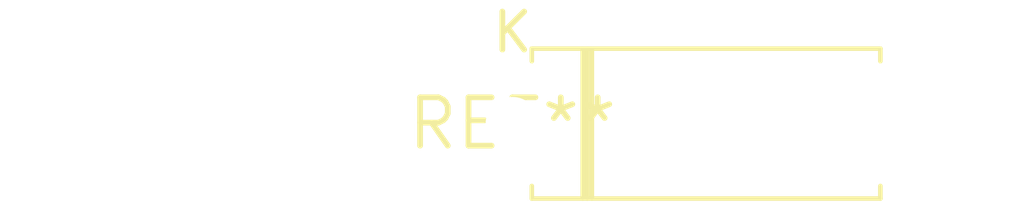
<source format=kicad_pcb>
(kicad_pcb (version 20240108) (generator pcbnew)
  (layers (0 "F.Cu" signal) (31 "B.Cu" signal) (34 "B.Paste" user) (35 "F.Paste" user) (36 "B.SilkS" user "B.Silkscreen") (37 "F.SilkS" user "F.Silkscreen") (38 "B.Mask" user) (39 "F.Mask" user) (44 "Edge.Cuts" user))
  (net 0 "")
  (footprint "D_5W_P10.16mm_Horizontal" (layer "F.Cu") (at 0 0)
    (property "Reference" "REF**")
    (property "Value" "D_5W_P10.16mm_Horizontal")
    (fp_line (start 0.51 -1.97) (end 9.65 -1.97) (layer "F.SilkS") (stroke (width 0.12)))
    (fp_line (start 0.51 -1.64) (end 0.51 -1.97) (layer "F.SilkS") (stroke (width 0.12)))
    (fp_line (start 0.51 1.64) (end 0.51 1.97) (layer "F.SilkS") (stroke (width 0.12)))
    (fp_line (start 0.51 1.97) (end 9.65 1.97) (layer "F.SilkS") (stroke (width 0.12)))
    (fp_line (start 1.845 -1.97) (end 1.845 1.97) (layer "F.SilkS") (stroke (width 0.12)))
    (fp_line (start 1.965 -1.97) (end 1.965 1.97) (layer "F.SilkS") (stroke (width 0.12)))
    (fp_line (start 2.085 -1.97) (end 2.085 1.97) (layer "F.SilkS") (stroke (width 0.12)))
    (fp_line (start 9.65 -1.97) (end 9.65 -1.64) (layer "F.SilkS") (stroke (width 0.12)))
    (fp_line (start 9.65 1.97) (end 9.65 1.64) (layer "F.SilkS") (stroke (width 0.12)))
    (fp_text user "K" (at 0 -2.4 0) (layer "F.SilkS"))
    (pad "1" thru_hole rect (at 0 0) (size 2.8 2.8) (drill 1.4) (layers *.Cu *.Mask) (remove_unused_layers))
    (pad "2" thru_hole oval (at 10.16 0) (size 2.8 2.8) (drill 1.4) (layers *.Cu *.Mask) (remove_unused_layers))
  )
)
</source>
